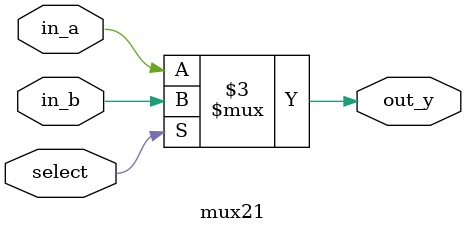
<source format=v>
/*
    exp3_B, make a 2:1 mux, conditional operator
    use  assign Y = (s) ? a : b
*/

`timescale 1ns/1ns
`define STEP 10

module tb ();
    wire outY;
    reg sel;
    reg inA;
    reg inB;

    integer idx;
    reg [2:0] trans;

    mux21 DUT (
                .out_y(outY),
                .in_a(inA),
                .in_b(inB),
                .select(sel)
              );
    
    initial begin
        $dumpfile("wave.vcd");
        $dumpvars(0, tb);
        $write("\n2:1 MUX, 1-bit, assign Y = (~s) ? a : b\n\n");
        $write(" s  a  b  |  Y\n");
        $write("---------------\n");

        for (idx = 0; idx < 8; idx = idx + 1) begin
            trans = idx;
            sel = trans[2];
            inA = trans[1];
            inB = trans[0];
            # `STEP
            $write(" %b  %b  %b  |  %b\n",
                sel, inA, inB, outY);
        end

        # `STEP
        $write("\n\n\t\t ~ ~ ~ TEST COMPLETE ~ ~ ~\n\n");
        $finish;
    end

endmodule


////~~~~


module mux21 (
                output wire out_y,
                input wire select,
                input wire in_a,
                input wire in_b
             );
    assign out_y = (~select) ? in_a : in_b;
endmodule


////////~~~~~~~~END>  exp3b.v

</source>
